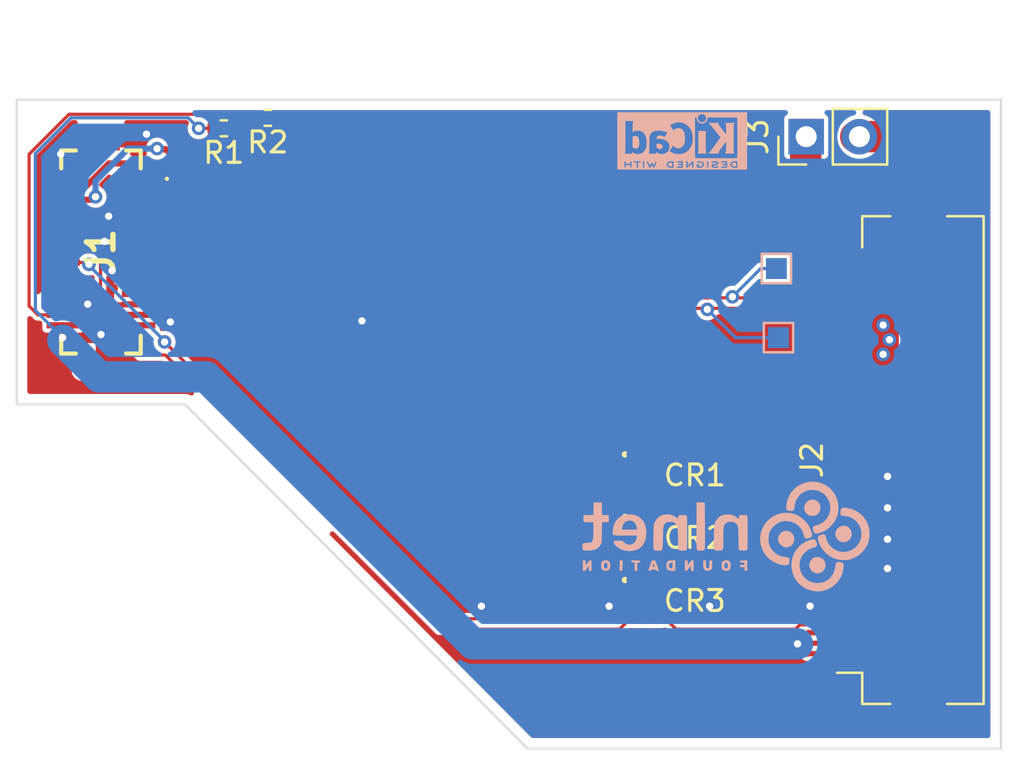
<source format=kicad_pcb>
(kicad_pcb (version 20240108) (generator "pcbnew") (generator_version "8.0")
  (title_block (title "LVDS Adapter Board") (date "2024-02-27") (rev "V0.09") (company "Copyright (C) Victor Suarez Rovere") (comment 1 "License:  CERN OHL-S") (comment 2 "PCB design:  Mitch Altman & Victor Suarez Rovere") (comment 3 "Schematics capture:  Mitch Altman") (comment 4 "Circuit design & parts selection:  Victor Suarez Rovere"))
  (layers (0 "F.Cu" signal) (31 "B.Cu" signal) (34 "B.Paste" user) (35 "F.Paste" user) (36 "B.SilkS" user "B.Silkscreen") (37 "F.SilkS" user "F.Silkscreen") (38 "B.Mask" user) (39 "F.Mask" user) (44 "Edge.Cuts" user))
  (net 0 "")
  (net 1 "GND")
  (net 2 "SDA")
  (net 3 "SCL")
  (net 4 "VCC")
  (net 17 "LVDS_O3_P")
  (net 18 "LVDS_O3_N")
  (net 19 "LVDS_OC_P")
  (net 20 "LVDS_OC_N")
  (net 21 "LVDS_O2_P")
  (net 22 "LVDS_O2_N")
  (net 23 "LVDS_O1_P")
  (net 24 "LVDS_O1_N")
  (net 25 "LVDS_O0_P")
  (net 26 "LVDS_O0_N")
  (net 27 "LED_VCC")
  (net 29 "Net-(J1-27)")
  (net 39 "Net-(J2-Pin_35)")
  (net 40 "Net-(J2-Pin_36)")
  (net 41 "Net-(J2-Pin_31)")
  (footprint "Connector_FFC-FPC:Hirose_FH12-40S-0.5SH_1x40-1MP_P0.50mm_Horizontal" (layer "F.Cu") (at 193.4 103.25 90)
    (property "Reference" "J2" (at 0 -3.7 90) (layer "F.SilkS"))
    (property "Value" "LVDS")
    (pad "1" smd rect (at -9.75 -1.85 90) (size 0.3 1.3) (layers "F.Cu" "F.Paste" "F.Mask") (net 1 "GND"))
    (pad "2" smd rect (at -9.25 -1.85 90) (size 0.3 1.3) (layers "F.Cu" "F.Paste" "F.Mask") (net 4 "VCC"))
    (pad "3" smd rect (at -8.75 -1.85 90) (size 0.3 1.3) (layers "F.Cu" "F.Paste" "F.Mask") (net 4 "VCC"))
    (pad "4" smd rect (at -8.25 -1.85 90) (size 0.3 1.3) (layers "F.Cu" "F.Paste" "F.Mask") (net 4 "VCC"))
    (pad "5" smd rect (at -7.75 -1.85 90) (size 0.3 1.3) (layers "F.Cu" "F.Paste" "F.Mask"))
    (pad "6" smd rect (at -7.25 -1.85 90) (size 0.3 1.3) (layers "F.Cu" "F.Paste" "F.Mask") (net 2 "SDA"))
    (pad "7" smd rect (at -6.75 -1.85 90) (size 0.3 1.3) (layers "F.Cu" "F.Paste" "F.Mask") (net 3 "SCL"))
    (pad "8" smd rect (at -6.25 -1.85 90) (size 0.3 1.3) (layers "F.Cu" "F.Paste" "F.Mask") (net 26 "LVDS_O0_N"))
    (pad "9" smd rect (at -5.75 -1.85 90) (size 0.3 1.3) (layers "F.Cu" "F.Paste" "F.Mask") (net 25 "LVDS_O0_P"))
    (pad "10" smd rect (at -5.25 -1.85 90) (size 0.3 1.3) (layers "F.Cu" "F.Paste" "F.Mask") (net 1 "GND"))
    (pad "11" smd rect (at -4.75 -1.85 90) (size 0.3 1.3) (layers "F.Cu" "F.Paste" "F.Mask") (net 24 "LVDS_O1_N"))
    (pad "12" smd rect (at -4.25 -1.85 90) (size 0.3 1.3) (layers "F.Cu" "F.Paste" "F.Mask") (net 23 "LVDS_O1_P"))
    (pad "13" smd rect (at -3.75 -1.85 90) (size 0.3 1.3) (layers "F.Cu" "F.Paste" "F.Mask") (net 1 "GND"))
    (pad "14" smd rect (at -3.25 -1.85 90) (size 0.3 1.3) (layers "F.Cu" "F.Paste" "F.Mask") (net 22 "LVDS_O2_N"))
    (pad "15" smd rect (at -2.75 -1.85 90) (size 0.3 1.3) (layers "F.Cu" "F.Paste" "F.Mask") (net 21 "LVDS_O2_P"))
    (pad "16" smd rect (at -2.25 -1.85 90) (size 0.3 1.3) (layers "F.Cu" "F.Paste" "F.Mask") (net 1 "GND"))
    (pad "17" smd rect (at -1.75 -1.85 90) (size 0.3 1.3) (layers "F.Cu" "F.Paste" "F.Mask") (net 20 "LVDS_OC_N"))
    (pad "18" smd rect (at -1.25 -1.85 90) (size 0.3 1.3) (layers "F.Cu" "F.Paste" "F.Mask") (net 19 "LVDS_OC_P"))
    (pad "19" smd rect (at -0.75 -1.85 90) (size 0.3 1.3) (layers "F.Cu" "F.Paste" "F.Mask") (net 1 "GND"))
    (pad "20" smd rect (at -0.25 -1.85 90) (size 0.3 1.3) (layers "F.Cu" "F.Paste" "F.Mask") (net 18 "LVDS_O3_N"))
    (pad "21" smd rect (at 0.25 -1.85 90) (size 0.3 1.3) (layers "F.Cu" "F.Paste" "F.Mask") (net 17 "LVDS_O3_P"))
    (pad "22" smd rect (at 0.75 -1.85 90) (size 0.3 1.3) (layers "F.Cu" "F.Paste" "F.Mask"))
    (pad "23" smd rect (at 1.25 -1.85 90) (size 0.3 1.3) (layers "F.Cu" "F.Paste" "F.Mask"))
    (pad "24" smd rect (at 1.75 -1.85 90) (size 0.3 1.3) (layers "F.Cu" "F.Paste" "F.Mask"))
    (pad "25" smd rect (at 2.25 -1.85 90) (size 0.3 1.3) (layers "F.Cu" "F.Paste" "F.Mask"))
    (pad "26" smd rect (at 2.75 -1.85 90) (size 0.3 1.3) (layers "F.Cu" "F.Paste" "F.Mask"))
    (pad "27" smd rect (at 3.25 -1.85 90) (size 0.3 1.3) (layers "F.Cu" "F.Paste" "F.Mask"))
    (pad "28" smd rect (at 3.75 -1.85 90) (size 0.3 1.3) (layers "F.Cu" "F.Paste" "F.Mask"))
    (pad "29" smd rect (at 4.25 -1.85 90) (size 0.3 1.3) (layers "F.Cu" "F.Paste" "F.Mask"))
    (pad "30" smd rect (at 4.75 -1.85 90) (size 0.3 1.3) (layers "F.Cu" "F.Paste" "F.Mask"))
    (pad "31" smd rect (at 5.25 -1.85 90) (size 0.3 1.3) (layers "F.Cu" "F.Paste" "F.Mask") (net 41 "Net-(J2-Pin_31)"))
    (pad "32" smd rect (at 5.75 -1.85 90) (size 0.3 1.3) (layers "F.Cu" "F.Paste" "F.Mask") (net 41 "Net-(J2-Pin_31)"))
    (pad "33" smd rect (at 6.25 -1.85 90) (size 0.3 1.3) (layers "F.Cu" "F.Paste" "F.Mask") (net 41 "Net-(J2-Pin_31)"))
    (pad "34" smd rect (at 6.75 -1.85 90) (size 0.3 1.3) (layers "F.Cu" "F.Paste" "F.Mask"))
    (pad "35" smd rect (at 7.25 -1.85 90) (size 0.3 1.3) (layers "F.Cu" "F.Paste" "F.Mask") (net 39 "Net-(J2-Pin_35)"))
    (pad "36" smd rect (at 7.75 -1.85 90) (size 0.3 1.3) (layers "F.Cu" "F.Paste" "F.Mask") (net 40 "Net-(J2-Pin_36)"))
    (pad "37" smd rect (at 8.25 -1.85 90) (size 0.3 1.3) (layers "F.Cu" "F.Paste" "F.Mask"))
    (pad "38" smd rect (at 8.75 -1.85 90) (size 0.3 1.3) (layers "F.Cu" "F.Paste" "F.Mask") (net 27 "LED_VCC"))
    (pad "39" smd rect (at 9.25 -1.85 90) (size 0.3 1.3) (layers "F.Cu" "F.Paste" "F.Mask") (net 27 "LED_VCC"))
    (pad "40" smd rect (at 9.75 -1.85 90) (size 0.3 1.3) (layers "F.Cu" "F.Paste" "F.Mask") (net 27 "LED_VCC"))
    (pad "MP" smd rect (at -11.65 1.4 90) (size 1.8 2.2) (layers "F.Cu" "F.Paste" "F.Mask"))
    (pad "MP" smd rect (at 11.65 1.4 90) (size 1.8 2.2) (layers "F.Cu" "F.Paste" "F.Mask"))
  )
  (footprint "Resistor_SMD:R_0402_1005Metric" (layer "F.Cu") (at 161.6 87.4 180)
    (property "Reference" "R1" (at 0 -1.17 0) (layer "F.SilkS"))
    (property "Value" "10K")
    (pad "1" smd roundrect (at -0.51 0 180) (size 0.54 0.64) (layers "F.Cu" "F.Paste" "F.Mask") (net 39 "Net-(J2-Pin_35)"))
    (pad "2" smd roundrect (at 0.51 0 180) (size 0.54 0.64) (layers "F.Cu" "F.Paste" "F.Mask") (net 4 "VCC"))
  )
  (footprint "Connector_PinHeader_2.54mm:PinHeader_1x02_P2.54mm_Vertical" (layer "F.Cu") (at 189.425 87.8 90)
    (property "Reference" "J3" (at 0 -2.33 -90) (layer "F.SilkS"))
    (property "Value" "BAKLIGHT_POWER")
    (pad "1" thru_hole rect (at 0 0 90) (size 1.7 1.7) (drill 1) (layers "*.Cu" "*.Mask") (net 27 "LED_VCC"))
    (pad "2" thru_hole oval (at 0 2.54 90) (size 1.7 1.7) (drill 1) (layers "*.Cu" "*.Mask") (net 41 "Net-(J2-Pin_31)"))
  )
  (footprint "ESD7004:UDFN10_517BB_ONS-L" (layer "F.Cu") (at 181.8153 109.97787)
    (property "Reference" "CR3" (at 2.2847 0 0) (layer "F.SilkS"))
    (property "Value" "ESD7004MUTAG")
    (pad "1" smd rect (at -0.3937 -1.000001) (size 0.6096 0.2032) (layers "F.Cu" "F.Paste" "F.Mask") (net 25 "LVDS_O0_P"))
    (pad "2" smd rect (at -0.3937 -0.499999) (size 0.6096 0.2032) (layers "F.Cu" "F.Paste" "F.Mask") (net 26 "LVDS_O0_N"))
    (pad "3" smd rect (at -0.3937 0) (size 0.6096 0.4064) (layers "F.Cu" "F.Paste" "F.Mask") (net 1 "GND"))
    (pad "4" smd rect (at -0.3937 0.499999) (size 0.6096 0.2032) (layers "F.Cu" "F.Paste" "F.Mask") (net 3 "SCL"))
    (pad "5" smd rect (at -0.3937 1.000001) (size 0.6096 0.2032) (layers "F.Cu" "F.Paste" "F.Mask") (net 2 "SDA"))
    (pad "6" smd rect (at 0.3937 1.000001) (size 0.6096 0.2032) (layers "F.Cu" "F.Paste" "F.Mask") (net 2 "SDA"))
    (pad "7" smd rect (at 0.3937 0.499999) (size 0.6096 0.2032) (layers "F.Cu" "F.Paste" "F.Mask") (net 3 "SCL"))
    (pad "8" smd rect (at 0.3937 0) (size 0.6096 0.4064) (layers "F.Cu" "F.Paste" "F.Mask") (net 1 "GND"))
    (pad "9" smd rect (at 0.3937 -0.499999) (size 0.6096 0.2032) (layers "F.Cu" "F.Paste" "F.Mask") (net 26 "LVDS_O0_N"))
    (pad "10" smd rect (at 0.3937 -1.000001) (size 0.6096 0.2032) (layers "F.Cu" "F.Paste" "F.Mask") (net 25 "LVDS_O0_P"))
  )
  (footprint "ESD7004:UDFN10_517BB_ONS-L" (layer "F.Cu") (at 181.81957 106.9686)
    (property "Reference" "CR2" (at 2.2847 0 0) (layer "F.SilkS"))
    (property "Value" "ESD7004MUTAG")
    (pad "1" smd rect (at -0.3937 -1.000001) (size 0.6096 0.2032) (layers "F.Cu" "F.Paste" "F.Mask") (net 21 "LVDS_O2_P"))
    (pad "2" smd rect (at -0.3937 -0.499999) (size 0.6096 0.2032) (layers "F.Cu" "F.Paste" "F.Mask") (net 22 "LVDS_O2_N"))
    (pad "3" smd rect (at -0.3937 0) (size 0.6096 0.4064) (layers "F.Cu" "F.Paste" "F.Mask") (net 1 "GND"))
    (pad "4" smd rect (at -0.3937 0.499999) (size 0.6096 0.2032) (layers "F.Cu" "F.Paste" "F.Mask") (net 23 "LVDS_O1_P"))
    (pad "5" smd rect (at -0.3937 1.000001) (size 0.6096 0.2032) (layers "F.Cu" "F.Paste" "F.Mask") (net 24 "LVDS_O1_N"))
    (pad "6" smd rect (at 0.3937 1.000001) (size 0.6096 0.2032) (layers "F.Cu" "F.Paste" "F.Mask") (net 24 "LVDS_O1_N"))
    (pad "7" smd rect (at 0.3937 0.499999) (size 0.6096 0.2032) (layers "F.Cu" "F.Paste" "F.Mask") (net 23 "LVDS_O1_P"))
    (pad "8" smd rect (at 0.3937 0) (size 0.6096 0.4064) (layers "F.Cu" "F.Paste" "F.Mask") (net 1 "GND"))
    (pad "9" smd rect (at 0.3937 -0.499999) (size 0.6096 0.2032) (layers "F.Cu" "F.Paste" "F.Mask") (net 22 "LVDS_O2_N"))
    (pad "10" smd rect (at 0.3937 -1.000001) (size 0.6096 0.2032) (layers "F.Cu" "F.Paste" "F.Mask") (net 21 "LVDS_O2_P"))
  )
  (footprint "ESD7004:UDFN10_517BB_ONS-L" (layer "F.Cu") (at 181.8153 103.97787)
    (property "Reference" "CR1" (at 2.2847 0 0) (layer "F.SilkS"))
    (property "Value" "ESD7004MUTAG")
    (pad "1" smd rect (at -0.3937 -1.000001) (size 0.6096 0.2032) (layers "F.Cu" "F.Paste" "F.Mask") (net 17 "LVDS_O3_P"))
    (pad "2" smd rect (at -0.3937 -0.499999) (size 0.6096 0.2032) (layers "F.Cu" "F.Paste" "F.Mask") (net 18 "LVDS_O3_N"))
    (pad "3" smd rect (at -0.3937 0) (size 0.6096 0.4064) (layers "F.Cu" "F.Paste" "F.Mask") (net 1 "GND"))
    (pad "4" smd rect (at -0.3937 0.499999) (size 0.6096 0.2032) (layers "F.Cu" "F.Paste" "F.Mask") (net 19 "LVDS_OC_P"))
    (pad "5" smd rect (at -0.3937 1.000001) (size 0.6096 0.2032) (layers "F.Cu" "F.Paste" "F.Mask") (net 20 "LVDS_OC_N"))
    (pad "6" smd rect (at 0.3937 1.000001) (size 0.6096 0.2032) (layers "F.Cu" "F.Paste" "F.Mask") (net 20 "LVDS_OC_N"))
    (pad "7" smd rect (at 0.3937 0.499999) (size 0.6096 0.2032) (layers "F.Cu" "F.Paste" "F.Mask") (net 19 "LVDS_OC_P"))
    (pad "8" smd rect (at 0.3937 0) (size 0.6096 0.4064) (layers "F.Cu" "F.Paste" "F.Mask") (net 1 "GND"))
    (pad "9" smd rect (at 0.3937 -0.499999) (size 0.6096 0.2032) (layers "F.Cu" "F.Paste" "F.Mask") (net 18 "LVDS_O3_N"))
    (pad "10" smd rect (at 0.3937 -1.000001) (size 0.6096 0.2032) (layers "F.Cu" "F.Paste" "F.Mask") (net 17 "LVDS_O3_P"))
  )
  (footprint "Resistor_SMD:R_0402_1005Metric" (layer "F.Cu") (at 163.7 86.9 180)
    (property "Reference" "R2" (at 0 -1.17 0) (layer "F.SilkS"))
    (property "Value" "10K")
    (pad "1" smd roundrect (at -0.51 0 180) (size 0.54 0.64) (layers "F.Cu" "F.Paste" "F.Mask") (net 40 "Net-(J2-Pin_36)"))
    (pad "2" smd roundrect (at 0.51 0 180) (size 0.54 0.64) (layers "F.Cu" "F.Paste" "F.Mask") (net 29 "Net-(J1-27)"))
  )
  (footprint "Library:DF12NB3030DP05V51" (layer "F.Cu") (at 155.732 93.311 90)
    (property "Reference" "J1" (at 0 0 90) (layer "F.SilkS") (effects (font (size 1.27 1.27) (thickness 0.254))))
    (property "Value" "DF12NB(3.0)-30DS-0.5V(51)" (hide yes))
    (pad "1" smd rect (at 3.5 1.8 90) (size 0.3 1.6) (layers "F.Cu" "F.Paste" "F.Mask") (net 1 "GND"))
    (pad "2" smd rect (at 3.5 -1.8 90) (size 0.3 1.6) (layers "F.Cu" "F.Paste" "F.Mask"))
    (pad "3" smd rect (at 3 1.8 90) (size 0.3 1.6) (layers "F.Cu" "F.Paste" "F.Mask") (net 19 "LVDS_OC_P"))
    (pad "4" smd rect (at 3 -1.8 90) (size 0.3 1.6) (layers "F.Cu" "F.Paste" "F.Mask") (net 18 "LVDS_O3_N"))
    (pad "5" smd rect (at 2.5 1.8 90) (size 0.3 1.6) (layers "F.Cu" "F.Paste" "F.Mask") (net 20 "LVDS_OC_N"))
    (pad "6" smd rect (at 2.5 -1.8 90) (size 0.3 1.6) (layers "F.Cu" "F.Paste" "F.Mask") (net 17 "LVDS_O3_P"))
    (pad "7" smd rect (at 2 1.8 90) (size 0.3 1.6) (layers "F.Cu" "F.Paste" "F.Mask") (net 1 "GND"))
    (pad "8" smd rect (at 2 -1.8 90) (size 0.3 1.6) (layers "F.Cu" "F.Paste" "F.Mask"))
    (pad "9" smd rect (at 1.5 1.8 90) (size 0.3 1.6) (layers "F.Cu" "F.Paste" "F.Mask") (net 21 "LVDS_O2_P"))
    (pad "10" smd rect (at 1.5 -1.8 90) (size 0.3 1.6) (layers "F.Cu" "F.Paste" "F.Mask"))
    (pad "11" smd rect (at 1 1.8 90) (size 0.3 1.6) (layers "F.Cu" "F.Paste" "F.Mask") (net 22 "LVDS_O2_N"))
    (pad "12" smd rect (at 1 -1.8 90) (size 0.3 1.6) (layers "F.Cu" "F.Paste" "F.Mask"))
    (pad "13" smd rect (at 0.5 1.8 90) (size 0.3 1.6) (layers "F.Cu" "F.Paste" "F.Mask") (net 1 "GND"))
    (pad "14" smd rect (at 0.5 -1.8 90) (size 0.3 1.6) (layers "F.Cu" "F.Paste" "F.Mask"))
    (pad "15" smd rect (at 0 1.8 90) (size 0.3 1.6) (layers "F.Cu" "F.Paste" "F.Mask") (net 23 "LVDS_O1_P"))
    (pad "16" smd rect (at 0 -1.8 90) (size 0.3 1.6) (layers "F.Cu" "F.Paste" "F.Mask") (net 2 "SDA"))
    (pad "17" smd rect (at -0.5 1.8 90) (size 0.3 1.6) (layers "F.Cu" "F.Paste" "F.Mask") (net 24 "LVDS_O1_N"))
    (pad "18" smd rect (at -0.5 -1.8 90) (size 0.3 1.6) (layers "F.Cu" "F.Paste" "F.Mask") (net 3 "SCL"))
    (pad "19" smd rect (at -1 1.8 90) (size 0.3 1.6) (layers "F.Cu" "F.Paste" "F.Mask") (net 1 "GND"))
    (pad "20" smd rect (at -1 -1.8 90) (size 0.3 1.6) (layers "F.Cu" "F.Paste" "F.Mask"))
    (pad "21" smd rect (at -1.5 1.8 90) (size 0.3 1.6) (layers "F.Cu" "F.Paste" "F.Mask") (net 25 "LVDS_O0_P"))
    (pad "22" smd rect (at -1.5 -1.8 90) (size 0.3 1.6) (layers "F.Cu" "F.Paste" "F.Mask"))
    (pad "23" smd rect (at -2 1.8 90) (size 0.3 1.6) (layers "F.Cu" "F.Paste" "F.Mask") (net 26 "LVDS_O0_N"))
    (pad "24" smd rect (at -2 -1.8 90) (size 0.3 1.6) (layers "F.Cu" "F.Paste" "F.Mask"))
    (pad "25" smd rect (at -2.5 1.8 90) (size 0.3 1.6) (layers "F.Cu" "F.Paste" "F.Mask") (net 1 "GND"))
    (pad "26" smd rect (at -2.5 -1.8 90) (size 0.3 1.6) (layers "F.Cu" "F.Paste" "F.Mask") (net 1 "GND"))
    (pad "27" smd rect (at -3 1.8 90) (size 0.3 1.6) (layers "F.Cu" "F.Paste" "F.Mask"))
    (pad "28" smd rect (at -3 -1.8 90) (size 0.3 1.6) (layers "F.Cu" "F.Paste" "F.Mask") (net 29 "Net-(J1-27)"))
    (pad "29" smd rect (at -3.5 1.8 90) (size 0.3 1.6) (layers "F.Cu" "F.Paste" "F.Mask"))
    (pad "30" smd rect (at -3.5 -1.8 90) (size 0.3 1.6) (layers "F.Cu" "F.Paste" "F.Mask") (net 4 "VCC"))
    (pad "MP1" smd rect (at 5.25 0 90) (size 0.8 1.8) (layers "F.Cu" "F.Paste" "F.Mask") (net 1 "GND"))
    (pad "MP2" smd rect (at -5.25 0 90) (size 0.8 1.8) (layers "F.Cu" "F.Paste" "F.Mask") (net 1 "GND"))
  )
  (footprint "LOGO" (layer "B.Cu") (at 185.6 106.9 180)
    (property "Reference" "G***" (hide yes))
    (property "Value" "LOGO" (hide yes))
  )
  (footprint "LOGO" (layer "B.Cu") (at 183.5 88 180)
    (property "Reference" "G***" (hide yes))
    (property "Value" "LOGO" (hide yes))
  )
  (footprint "TestPoint:TestPoint_Pad_1.0x1.0mm" (layer "B.Cu") (at 188.1 97.4 180)
    (property "Reference" "TP2" (hide yes))
    (property "Value" "TestPoint")
    (pad "1" smd rect (at 0 0 180) (size 1 1) (layers "B.Cu" "B.Mask") (net 39 "Net-(J2-Pin_35)"))
  )
  (footprint "TestPoint:TestPoint_Pad_1.0x1.0mm" (layer "B.Cu") (at 188 94.1 180)
    (property "Reference" "TP1" (hide yes))
    (property "Value" "TestPoint")
    (pad "1" smd rect (at 0 0 180) (size 1 1) (layers "B.Cu" "B.Mask") (net 40 "Net-(J2-Pin_36)"))
  )
  (gr_line (start 176.109 117.03) (end 198.723 117.03) (stroke (width 0.1)) (layer "Edge.Cuts"))
  (gr_line (start 151.709 100.592) (end 159.755 100.592) (stroke (width 0.1)) (layer "Edge.Cuts"))
  (gr_line (start 151.709 86.03) (end 198.723 86.03) (stroke (width 0.1)) (layer "Edge.Cuts"))
  (gr_line (start 151.709 100.592) (end 151.709 86.03) (stroke (width 0.1)) (layer "Edge.Cuts"))
  (gr_line (start 176.109 117.03) (end 159.755 100.592) (stroke (width 0.1)) (layer "Edge.Cuts"))
  (gr_line (start 198.723 117.03) (end 198.723 86.03) (stroke (width 0.1)) (layer "Edge.Cuts"))
  (segment (start 182.25 106.975) (end 191.525 106.975) (width 0.1524) (layer "F.Cu") (net 1))
  (segment (start 193.279 107) (end 193.309 107.03) (width 0.25) (layer "F.Cu") (net 1))
  (segment (start 158.78113 96.387786) (end 159.046672 96.653328) (width 0.25) (layer "F.Cu") (net 1))
  (segment (start 157.9897 87.6) (end 159.2 87.6) (width 0.2286) (layer "F.Cu") (net 1))
  (segment (start 193.279 105.5) (end 193.309 105.53) (width 0.25) (layer "F.Cu") (net 1))
  (segment (start 191.55 104) (end 182.23113 104) (width 0.1524) (layer "F.Cu") (net 1))
  (segment (start 157.532 92.811) (end 155.911 92.811) (width 0.25) (layer "F.Cu") (net 1))
  (segment (start 191.55 105.5) (end 193.279 105.5) (width 0.25) (layer "F.Cu") (net 1))
  (segment (start 155.911 92.811) (end 155.9 92.8) (width 0.25) (layer "F.Cu") (net 1))
  (segment (start 158.78113 96.11013) (end 158.78113 96.387786) (width 0.25) (layer "F.Cu") (net 1))
  (segment (start 156.2597 95.5951) (end 156.2597 94.2) (width 0.2) (layer "F.Cu") (net 1))
  (segment (start 181.42587 106.9686) (end 182.21327 106.9686) (width 0.25) (layer "F.Cu") (net 1))
  (segment (start 155.732 88.061) (end 154.378 88.061) (width 0.296) (layer "F.Cu") (net 1))
  (segment (start 193.279 104) (end 193.309 104.03) (width 0.25) (layer "F.Cu") (net 1))
  (segment (start 155.089 95.811) (end 155.1 95.8) (width 0.25) (layer "F.Cu") (net 1))
  (segment (start 181.4166 106.97787) (end 173.139832 106.97787) (width 0.1524) (layer "F.Cu") (net 1))
  (segment (start 156.3 89.9366) (end 156.3 91.129) (width 0.25) (layer "F.Cu") (net 1))
  (segment (start 159.545808 88.454192) (end 167.691616 96.6) (width 0.2286) (layer "F.Cu") (net 1))
  (segment (start 157.532 89.811) (end 156.4256 89.811) (width 0.25) (layer "F.Cu") (net 1))
  (segment (start 158.482 95.811) (end 158.78113 96.11013) (width 0.25) (layer "F.Cu") (net 1))
  (segment (start 191.525 106.975) (end 191.55 107) (width 0.1524) (layer "F.Cu") (net 1))
  (segment (start 159.545808 87.945808) (end 159.545808 88.454192) (width 0.2286) (layer "F.Cu") (net 1))
  (segment (start 181.4216 109.97787) (end 182.209 109.97787) (width 0.25) (layer "F.Cu") (net 1))
  (segment (start 181.4216 103.97787) (end 173.277813 103.97787) (width 0.1524) (layer "F.Cu") (net 1))
  (segment (start 157.909 87.6807) (end 157.9897 87.6) (width 0.2286) (layer "F.Cu") (net 1))
  (segment (start 191.52787 106.97787) (end 191.55 107) (width 0.1524) (layer "F.Cu") (net 1))
  (segment (start 156.4256 89.811) (end 156.3 89.9366) (width 0.25) (layer "F.Cu") (net 1))
  (segment (start 153.932 95.811) (end 155.089 95.811) (width 0.25) (layer "F.Cu") (net 1))
  (segment (start 191.55 104) (end 193.279 104) (width 0.25) (layer "F.Cu") (net 1))
  (segment (start 156.482 91.311) (end 157.532 91.311) (width 0.25) (layer "F.Cu") (net 1))
  (segment (start 157.532 95.811) (end 158.482 95.811) (width 0.25) (layer "F.Cu") (net 1))
  (segment (start 167.691616 96.6) (end 168.2 96.6) (width 0.2286) (layer "F.Cu") (net 1))
  (segment (start 173.909 110.23) (end 172.623344 110.23) (width 0.296) (layer "F.Cu") (net 1))
  (segment (start 155.732 97.253) (end 155.732 98.561) (width 0.296) (layer "F.Cu") (net 1))
  (segment (start 182.23113 104) (end 182.209 103.97787) (width 0.1524) (layer "F.Cu") (net 1))
  (segment (start 156.3 91.129) (end 156.482 91.311) (width 0.25) (layer "F.Cu") (net 1))
  (segment (start 191.55 108.5) (end 193.239 108.5) (width 0.25) (layer "F.Cu") (net 1))
  (segment (start 156.3707 94.311) (end 156.2597 94.2) (width 0.25) (layer "F.Cu") (net 1))
  (segment (start 181.42587 106.9686) (end 181.4166 106.97787) (width 0.1524) (layer "F.Cu") (net 1))
  (segment (start 157.532 94.311) (end 156.514176 94.311) (width 0.25) (layer "F.Cu") (net 1))
  (segment (start 181.4216 103.97787) (end 182.209 103.97787) (width 0.25) (layer "F.Cu") (net 1))
  (segment (start 156.389 91.311) (end 156.1 91.6) (width 0.25) (layer "F.Cu") (net 1))
  (segment (start 157.532 91.311) (end 156.389 91.311) (width 0.25) (layer "F.Cu") (net 1))
  (segment (start 156.4756 95.811) (end 156.2597 95.5951) (width 0.2) (layer "F.Cu") (net 1))
  (segment (start 156.514176 94.311) (end 156.3707 94.311) (width 0.25) (layer "F.Cu") (net 1))
  (segment (start 172.623344 110.23) (end 159.046672 96.653328) (width 0.296) (layer "F.Cu") (net 1))
  (segment (start 191.55 107) (end 193.279 107) (width 0.25) (layer "F.Cu") (net 1))
  (segment (start 157.532 95.811) (end 156.4756 95.811) (width 0.2) (layer "F.Cu") (net 1))
  (segment (start 193.239 108.5) (end 193.309 108.43) (width 0.25) (layer "F.Cu") (net 1))
  (segment (start 159.2 87.6) (end 159.545808 87.945808) (width 0.2286) (layer "F.Cu") (net 1))
  (segment (start 154.378 88.061) (end 153.809 88.63) (width 0.296) (layer "F.Cu") (net 1))
  (via (at 153.809 88.63) (size 0.65) (drill 0.35) (layers "F.Cu" "B.Cu") (net 1))
  (via (at 155.1 95.8) (size 0.65) (drill 0.35) (layers "F.Cu" "B.Cu") (net 1))
  (via (at 180.009 110.23) (size 0.65) (drill 0.35) (layers "F.Cu" "B.Cu") (net 1))
  (via (at 155.732 97.253) (size 0.65) (drill 0.35) (layers "F.Cu" "B.Cu") (net 1))
  (via (at 184.809 110.23) (size 0.65) (drill 0.35) (layers "F.Cu" "B.Cu") (net 1))
  (via (at 168.2 96.6) (size 0.65) (drill 0.35) (layers "F.Cu" "B.Cu") (net 1))
  (via (at 156.2597 94.2) (size 0.65) (drill 0.35) (layers "F.Cu" "B.Cu") (net 1))
  (via (at 157.909 87.6807) (size 0.65) (drill 0.35) (layers "F.Cu" "B.Cu") (net 1))
  (via (at 159.046672 96.653328) (size 0.65) (drill 0.35) (layers "F.Cu" "B.Cu") (net 1))
  (via (at 189.609 110.23) (size 0.65) (drill 0.35) (layers "F.Cu" "B.Cu") (net 1))
  (via (at 173.909 110.23) (size 0.65) (drill 0.35) (layers "F.Cu" "B.Cu") (net 1))
  (via (at 193.309 107.03) (size 0.65) (drill 0.35) (layers "F.Cu" "B.Cu") (net 1))
  (via (at 155.9 92.8) (size 0.65) (drill 0.35) (layers "F.Cu" "B.Cu") (net 1))
  (via (at 193.309 104.03) (size 0.65) (drill 0.35) (layers "F.Cu" "B.Cu") (net 1))
  (via (at 193.309 105.53) (size 0.65) (drill 0.35) (layers "F.Cu" "B.Cu") (net 1))
  (via (at 193.309 108.43) (size 0.65) (drill 0.35) (layers "F.Cu" "B.Cu") (net 1))
  (via (at 156.1 91.6) (size 0.65) (drill 0.35) (layers "F.Cu" "B.Cu") (net 1))
  (segment (start 155.41 93.311) (end 155.709 93.61) (width 0.1524) (layer "F.Cu") (net 2))
  (segment (start 188.909 111.33) (end 189.1132 111.1258) (width 0.1524) (layer "F.Cu") (net 2))
  (segment (start 157.609 98.23) (end 158.809 98.23) (width 0.1524) (layer "F.Cu") (net 2))
  (segment (start 190.1718 111.1258) (end 190.7976 110.5) (width 0.1524) (layer "F.Cu") (net 2))
  (segment (start 158.809 98.23) (end 171.909 111.33) (width 0.1524) (layer "F.Cu") (net 2))
  (segment (start 180.861129 110.977871) (end 181.4216 110.977871) (width 0.1524) (layer "F.Cu") (net 2))
  (segment (start 183.209 111.33) (end 188.909 111.33) (width 0.1524) (layer "F.Cu") (net 2))
  (segment (start 155.709 93.61) (end 155.709 96.33) (width 0.1524) (layer "F.Cu") (net 2))
  (segment (start 180.509 111.33) (end 180.861129 110.977871) (width 0.1524) (layer "F.Cu") (net 2))
  (segment (start 155.709 96.33) (end 157.609 98.23) (width 0.1524) (layer "F.Cu") (net 2))
  (segment (start 171.909 111.33) (end 180.509 111.33) (width 0.1524) (layer "F.Cu") (net 2))
  (segment (start 153.932 93.311) (end 155.41 93.311) (width 0.1524) (layer "F.Cu") (net 2))
  (segment (start 182.209 110.977871) (end 182.856871 110.977871) (width 0.1524) (layer "F.Cu") (net 2))
  (segment (start 182.856871 110.977871) (end 183.209 111.33) (width 0.1524) (layer "F.Cu") (net 2))
  (segment (start 189.1132 111.1258) (end 190.1718 111.1258) (width 0.1524) (layer "F.Cu") (net 2))
  (segment (start 182.209 110.977871) (end 181.4216 110.977871) (width 0.1524) (layer "F.Cu") (net 2))
  (segment (start 190.7976 110.5) (end 191.55 110.5) (width 0.1524) (layer "F.Cu") (net 2))
  (segment (start 155.0693 93.811) (end 153.932 93.811) (width 0.1524) (layer "F.Cu") (net 3))
  (segment (start 180.409 110.83) (end 180.761131 110.477869) (width 0.1524) (layer "F.Cu") (net 3))
  (segment (start 191.55 110) (end 190.839 110) (width 0.1524) (layer "F.Cu") (net 3))
  (segment (start 182.209 110.477869) (end 181.4216 110.477869) (width 0.1524) (layer "F.Cu") (net 3))
  (segment (start 190.0156 110.8234) (end 188.987942 110.8234) (width 0.1524) (layer "F.Cu") (net 3))
  (segment (start 155.1583 93.9) (end 155.0693 93.811) (width 0.1524) (layer "F.Cu") (net 3))
  (segment (start 180.761131 110.477869) (end 181.4216 110.477869) (width 0.1524) (layer "F.Cu") (net 3))
  (segment (start 183.309 110.83) (end 182.956869 110.477869) (width 0.1524) (layer "F.Cu") (net 3))
  (segment (start 158.770966 97.6055) (end 171.995466 110.83) (width 0.1524) (layer "F.Cu") (net 3))
  (segment (start 188.987942 110.8234) (end 188.981342 110.83) (width 0.1524) (layer "F.Cu") (net 3))
  (segment (start 190.839 110) (end 190.0156 110.8234) (width 0.1524) (layer "F.Cu") (net 3))
  (segment (start 171.995466 110.83) (end 180.409 110.83) (width 0.1524) (layer "F.Cu") (net 3))
  (segment (start 182.956869 110.477869) (end 182.209 110.477869) (width 0.1524) (layer "F.Cu") (net 3))
  (segment (start 188.981342 110.83) (end 183.309 110.83) (width 0.1524) (layer "F.Cu") (net 3))
  (via (at 155.1583 93.9) (size 0.65) (drill 0.35) (layers "F.Cu" "B.Cu") (net 3))
  (via (at 158.770966 97.6055) (size 0.65) (drill 0.35) (layers "F.Cu" "B.Cu") (net 3))
  (segment (start 155.1583 93.9) (end 155.1583 93.951763) (width 0.1524) (layer "B.Cu") (net 3))
  (segment (start 155.1583 93.951763) (end 158.836537 97.63) (width 0.1524) (layer "B.Cu") (net 3))
  (segment (start 189.539 111.5) (end 189.009 112.03) (width 0.296) (layer "F.Cu") (net 4))
  (segment (start 153.932 96.811) (end 153.932 97.368) (width 0.3) (layer "F.Cu") (net 4))
  (segment (start 191.55 111.5) (end 189.539 111.5) (width 0.25) (layer "F.Cu") (net 4))
  (segment (start 161.09 87.4) (end 160.4 87.4) (width 0.1524) (layer "F.Cu") (net 4))
  (segment (start 191.55 112) (end 189.039 112) (width 0.25) (layer "F.Cu") (net 4))
  (segment (start 189.479 112.5) (end 189.009 112.03) (width 0.296) (layer "F.Cu") (net 4))
  (segment (start 153.932 97.368) (end 153.9 97.4) (width 0.3) (layer "F.Cu") (net 4))
  (segment (start 191.55 112.5) (end 189.479 112.5) (width 0.25) (layer "F.Cu") (net 4))
  (segment (start 189.039 112) (end 189.009 112.03) (width 0.296) (layer "F.Cu") (net 4))
  (via (at 189.009 112.03) (size 0.65) (drill 0.35) (layers "F.Cu" "B.Cu") (net 4))
  (via (at 153.9 97.4) (size 0.65) (drill 0.35) (layers "F.Cu" "B.Cu") (net 4))
  (via (at 160.4 87.4) (size 0.65) (drill 0.35) (layers "F.Cu" "B.Cu") (net 4))
  (segment (start 152.6 88.6) (end 152.6 96.1) (width 0.1524) (layer "B.Cu") (net 4))
  (segment (start 155.654 99.275) (end 160.754 99.275) (width 1.5) (layer "B.Cu") (net 4))
  (segment (start 154.3 86.9) (end 152.6 88.6) (width 0.1524) (layer "B.Cu") (net 4))
  (segment (start 153.9 97.521) (end 153.909 97.53) (width 0.1524) (layer "B.Cu") (net 4))
  (segment (start 160.754 99.275) (end 173.509 112.03) (width 1.5) (layer "B.Cu") (net 4))
  (segment (start 153.909 97.53) (end 155.654 99.275) (width 1.5) (layer "B.Cu") (net 4))
  (segment (start 153.9 97.4) (end 153.9 97.521) (width 0.1524) (layer "B.Cu") (net 4))
  (segment (start 160.4 87.4) (end 159.9 86.9) (width 0.1524) (layer "B.Cu") (net 4))
  (segment (start 173.509 112.03) (end 189.009 112.03) (width 1.5) (layer "B.Cu") (net 4))
  (segment (start 159.9 86.9) (end 154.3 86.9) (width 0.1524) (layer "B.Cu") (net 4))
  (segment (start 152.6 96.1) (end 153.9 97.4) (width 0.1524) (layer "B.Cu") (net 4))
  (segment (start 158.410407 88.370405) (end 158.440002 88.4) (width 0.296) (layer "F.Cu") (net 17))
  (segment (start 155.333742 90.811) (end 155.472371 90.672371) (width 0.296926) (layer "F.Cu") (net 17))
  (segment (start 191.55 103) (end 190.679 103) (width 0.2) (layer "F.Cu") (net 17))
  (segment (start 158.440002 88.4) (end 158.832644 88.4) (width 0.296) (layer "F.Cu") (net 17))
  (segment (start 190.679 103) (end 190.609 102.93) (width 0.2) (layer "F.Cu") (net 17))
  (segment (start 173.362644 102.93) (end 159.012581 88.579937) (width 0.296926) (layer "F.Cu") (net 17))
  (segment (start 154.89 90.811) (end 155.333742 90.811) (width 0.296926) (layer "F.Cu") (net 17))
  (segment (start 158.832644 88.4) (end 159.012581 88.579937) (width 0.296) (layer "F.Cu") (net 17))
  (segment (start 190.609 102.93) (end 173.362644 102.93) (width 0.296926) (layer "F.Cu") (net 17))
  (segment (start 153.932 90.811) (end 154.89 90.811) (width 0.25) (layer "F.Cu") (net 17))
  (via (at 155.472371 90.672371) (size 0.65) (drill 0.35) (layers "F.Cu" "B.Cu") (net 17))
  (via (at 158.410407 88.370405) (size 0.65) (drill 0.35) (layers "F.Cu" "B.Cu") (net 17))
  (segment (start 157.029595 88.370405) (end 158.410407 88.370405) (width 0.296) (layer "B.Cu") (net 17))
  (segment (start 155.472371 89.927629) (end 157.029595 88.370405) (width 0.296) (layer "B.Cu") (net 17))
  (segment (start 155.472371 89.927629) (end 155.472371 90.672371) (width 0.296926) (layer "B.Cu") (net 17))
  (segment (start 158.805419 89.080063) (end 156.109093 89.080063) (width 0.296) (layer "F.Cu") (net 18))
  (segment (start 190.639 103.5) (end 190.609 103.53) (width 0.2) (layer "F.Cu") (net 18))
  (segment (start 190.579 103.53) (end 182.8 103.53) (width 0.296926) (layer "F.Cu") (net 18))
  (segment (start 180.85853 103.478) (end 182.74147 103.478) (width 0.2) (layer "F.Cu") (net 18))
  (segment (start 173.323826 103.53) (end 180.8 103.53) (width 0.296926) (layer "F.Cu") (net 18))
  (segment (start 173.255356 103.53) (end 173.323826 103.59847) (width 0.2) (layer "F.Cu") (net 18))
  (segment (start 190.609 103.53) (end 190.579 103.5) (width 0.2) (layer "F.Cu") (net 18))
  (segment (start 153.932 90.311) (end 154.809 90.311) (width 0.25) (layer "F.Cu") (net 18))
  (segment (start 154.809 90.311) (end 154.878156 90.311) (width 0.296) (layer "F.Cu") (net 18))
  (segment (start 191.55 103.5) (end 190.639 103.5) (width 0.2) (layer "F.Cu") (net 18))
  (segment (start 156.109093 89.080063) (end 154.878156 90.311) (width 0.296) (layer "F.Cu") (net 18))
  (segment (start 173.255356 103.53) (end 158.805419 89.080063) (width 0.296926) (layer "F.Cu") (net 18))
  (segment (start 190.539 104.43) (end 182.8 104.43) (width 0.296926) (layer "F.Cu") (net 19))
  (segment (start 180.78427 104.478) (end 182.74573 104.478) (width 0.2) (layer "F.Cu") (net 19))
  (segment (start 191.55 104.5) (end 190.679 104.5) (width 0.2) (layer "F.Cu") (net 19))
  (segment (start 173.124853 104.43) (end 159.004064 90.309211) (width 0.296926) (layer "F.Cu") (net 19))
  (segment (start 182.74573 104.48427) (end 182.8 104.43) (width 0.2) (layer "F.Cu") (net 19))
  (segment (start 190.609 104.43) (end 190.539 104.5) (width 0.2) (layer "F.Cu") (net 19))
  (segment (start 180.73 104.43) (end 180.78427 104.48427) (width 0.2) (layer "F.Cu") (net 19))
  (segment (start 159.002275 90.311) (end 157.532 90.311) (width 0.25) (layer "F.Cu") (net 19))
  (segment (start 190.679 104.5) (end 190.609 104.43) (width 0.2) (layer "F.Cu") (net 19))
  (segment (start 159.004064 90.309211) (end 159.002275 90.311) (width 0.25) (layer "F.Cu") (net 19))
  (segment (start 173.124853 104.43) (end 180.73 104.43) (width 0.296926) (layer "F.Cu") (net 19))
  (segment (start 190.609 105.03) (end 173.017565 105.03) (width 0.296926) (layer "F.Cu") (net 20))
  (segment (start 191.55 105) (end 190.639 105) (width 0.2) (layer "F.Cu") (net 20))
  (segment (start 158.795239 90.811) (end 157.532 90.811) (width 0.25) (layer "F.Cu") (net 20))
  (segment (start 190.639 105) (end 190.609 105.03) (width 0.2) (layer "F.Cu") (net 20))
  (segment (start 158.796902 90.809337) (end 158.795239 90.811) (width 0.25) (layer "F.Cu") (net 20))
  (segment (start 173.017565 105.03) (end 158.796902 90.809337) (width 0.296926) (layer "F.Cu") (net 20))
  (segment (start 191.55 106) (end 190.679 106) (width 0.2) (layer "F.Cu") (net 21))
  (segment (start 157.532 91.811) (end 158.943644 91.811) (width 0.25) (layer "F.Cu") (net 21))
  (segment (start 190.679 106) (end 190.609 105.93) (width 0.2) (layer "F.Cu") (net 21))
  (segment (start 173.062644 105.93) (end 159.185822 92.053178) (width 0.296926) (layer "F.Cu") (net 21))
  (segment (start 190.609 105.93) (end 173.062644 105.93) (width 0.296926) (layer "F.Cu") (net 21))
  (segment (start 158.943644 91.811) (end 159.185822 92.053178) (width 0.296) (layer "F.Cu") (net 21))
  (segment (start 180.8328 106.46873) (end 182.84574 106.46873) (width 0.2) (layer "F.Cu") (net 22))
  (segment (start 182.84574 106.4622) (end 182.90427 106.52073) (width 0.2) (layer "F.Cu") (net 22))
  (segment (start 190.609 106.53) (end 190.579 106.5) (width 0.296926) (layer "F.Cu") (net 22))
  (segment (start 180.77427 106.52073) (end 180.8328 106.4622) (width 0.2) (layer "F.Cu") (net 22))
  (segment (start 190.639 106.5) (end 190.609 106.53) (width 0.2) (layer "F.Cu") (net 22))
  (segment (start 158.832178 92.406822) (end 172.955356 106.53) (width 0.296926) (layer "F.Cu") (net 22))
  (segment (start 191.55 106.5) (end 190.639 106.5) (width 0.2) (layer "F.Cu") (net 22))
  (segment (start 172.955356 106.53) (end 180.765 106.53) (width 0.296926) (layer "F.Cu") (net 22))
  (segment (start 158.736356 92.311) (end 158.832178 92.406822) (width 0.296) (layer "F.Cu") (net 22))
  (segment (start 190.579 106.5) (end 182.9305 106.5) (width 0.296926) (layer "F.Cu") (net 22))
  (segment (start 180.765 106.53) (end 180.77427 106.52073) (width 0.296926) (layer "F.Cu") (net 22))
  (segment (start 157.532 92.311) (end 158.736356 92.311) (width 0.25) (layer "F.Cu") (net 22))
  (segment (start 191.55 107.5) (end 190.679 107.5) (width 0.2) (layer "F.Cu") (net 23))
  (segment (start 157.532 93.311) (end 158.867872 93.311) (width 0.25) (layer "F.Cu") (net 23))
  (segment (start 180.765 107.43) (end 180.77427 107.42073) (width 0.296926) (layer "F.Cu") (net 23))
  (segment (start 190.609 107.43) (end 190.539 107.5) (width 0.2) (layer "F.Cu") (net 23))
  (segment (start 172.986872 107.43) (end 180.765 107.43) (width 0.296926) (layer "F.Cu") (net 23))
  (segment (start 158.867872 93.311) (end 159.11005 93.553178) (width 0.296) (layer "F.Cu") (net 23))
  (segment (start 180.82854 107.46873) (end 182.75 107.46873) (width 0.2) (layer "F.Cu") (net 23))
  (segment (start 190.539 107.5) (end 190.514 107.475) (width 0.296926) (layer "F.Cu") (net 23))
  (segment (start 180.77427 107.42073) (end 180.82854 107.475) (width 0.2) (layer "F.Cu") (net 23))
  (segment (start 182.75 107.475) (end 182.80427 107.42073) (width 0.2) (layer "F.Cu") (net 23))
  (segment (start 190.679 107.5) (end 190.609 107.43) (width 0.2) (layer "F.Cu") (net 23))
  (segment (start 159.11005 93.553178) (end 172.986872 107.43) (width 0.296926) (layer "F.Cu") (net 23))
  (segment (start 190.514 107.475) (end 182.85 107.475) (width 0.296926) (layer "F.Cu") (net 23))
  (segment (start 190.609 108.03) (end 172.879584 108.03) (width 0.296926) (layer "F.Cu") (net 24))
  (segment (start 191.55 108) (end 190.639 108) (width 0.2) (layer "F.Cu") (net 24))
  (segment (start 190.639 108) (end 190.609 108.03) (width 0.2) (layer "F.Cu") (net 24))
  (segment (start 172.879584 108.03) (end 158.756406 93.906822) (width 0.296926) (layer "F.Cu") (net 24))
  (segment (start 158.660584 93.811) (end 158.756406 93.906822) (width 0.296) (layer "F.Cu") (net 24))
  (segment (start 157.532 93.811) (end 158.660584 93.811) (width 0.25) (layer "F.Cu") (net 24))
  (segment (start 190.47 109) (end 190.4 108.93) (width 0.2) (layer "F.Cu") (net 25))
  (segment (start 158.867872 94.811) (end 159.11005 95.053178) (width 0.296) (layer "F.Cu") (net 25))
  (segment (start 191.55 109) (end 190.47 109) (width 0.2) (layer "F.Cu") (net 25))
  (segment (start 172.986872 108.93) (end 159.11005 95.053178) (width 0.296926) (layer "F.Cu") (net 25))
  (segment (start 157.532 94.811) (end 158.867872 94.811) (width 0.25) (layer "F.Cu") (net 25))
  (segment (start 190.4 108.93) (end 172.986872 108.93) (width 0.296926) (layer "F.Cu") (net 25))
  (segment (start 182.74147 109.47147) (end 182.8 109.53) (width 0.2) (layer "F.Cu") (net 26))
  (segment (start 190.579 109.53) (end 182.8 109.53) (width 0.296926) (layer "F.Cu") (net 26))
  (segment (start 190.609 109.53) (end 190.579 109.5) (width 0.2) (layer "F.Cu") (net 26))
  (segment (start 158.660584 95.311) (end 158.756406 95.406822) (width 0.296) (layer "F.Cu") (net 26))
  (segment (start 172.879584 109.53) (end 180.73 109.53) (width 0.296926) (layer "F.Cu") (net 26))
  (segment (start 191.55 109.5) (end 190.639 109.5) (width 0.2) (layer "F.Cu") (net 26))
  (segment (start 180.73 109.53) (end 180.78853 109.47147) (width 0.2) (layer "F.Cu") (net 26))
  (segment (start 180.78853 109.478) (end 182.74147 109.478) (width 0.2) (layer "F.Cu") (net 26))
  (segment (start 172.879584 109.53) (end 158.756406 95.406822) (width 0.296926) (layer "F.Cu") (net 26))
  (segment (start 190.639 109.5) (end 190.609 109.53) (width 0.2) (layer "F.Cu") (net 26))
  (segment (start 157.532 95.311) (end 158.660584 95.311) (width 0.25) (layer "F.Cu") (net 26))
  (segment (start 189.425 87.8) (end 189.4 87.825) (width 1.5) (layer "F.Cu") (net 27))
  (segment (start 189.4 93.039) (end 190.291 93.93) (width 1.5) (layer "F.Cu") (net 27))
  (segment (start 190.861 94.5) (end 190.291 93.93) (width 0.296) (layer "F.Cu") (net 27))
  (segment (start 191.65 94) (end 190.361 94) (width 0.296) (layer "F.Cu") (net 27))
  (segment (start 191.65 93.5) (end 190.721 93.5) (width 0.296) (layer "F.Cu") (net 27))
  (segment (start 189.4 87.825) (end 189.4 93.039) (width 1.5) (layer "F.Cu") (net 27))
  (segment (start 190.721 93.5) (end 190.291 93.93) (width 0.296) (layer "F.Cu") (net 27))
  (segment (start 190.361 94) (end 190.291 93.93) (width 0.25) (layer "F.Cu") (net 27))
  (segment (start 191.65 94.5) (end 190.861 94.5) (width 0.296) (layer "F.Cu") (net 27))
  (segment (start 153.932 96.311) (end 152.7195 96.311) (width 0.1524) (layer "F.Cu") (net 29))
  (segment (start 152.7195 96.311) (end 152.3 95.8915) (width 0.1524) (layer "F.Cu") (net 29))
  (segment (start 152.3 88.639) (end 154.209 86.73) (width 0.1524) (layer "F.Cu") (net 29))
  (segment (start 152.3 95.8915) (end 152.3 88.639) (width 0.1524) (layer "F.Cu") (net 29))
  (segment (start 163.02 86.73) (end 163.19 86.9) (width 0.1524) (layer "F.Cu") (net 29))
  (segment (start 154.209 86.73) (end 163.02 86.73) (width 0.1524) (layer "F.Cu") (net 29))
  (segment (start 162.11 89.831) (end 162.11 87.4) (width 0.1524) (layer "F.Cu") (net 39))
  (segment (start 168.279 96) (end 191.55 96) (width 0.1524) (layer "F.Cu") (net 39))
  (segment (start 168.279 96) (end 162.11 89.831) (width 0.1524) (layer "F.Cu") (net 39))
  (via (at 184.7 96.0507) (size 0.65) (drill 0.35) (layers "F.Cu" "B.Cu") (net 39))
  (segment (start 186.0493 97.4) (end 188.1 97.4) (width 0.1524) (layer "B.Cu") (net 39))
  (segment (start 184.7 96.0507) (end 186.0493 97.4) (width 0.1524) (layer "B.Cu") (net 39))
  (segment (start 168.379 95.5) (end 164.21 91.331) (width 0.1524) (layer "F.Cu") (net 40))
  (segment (start 168.379 95.5) (end 191.55 95.5) (width 0.1524) (layer "F.Cu") (net 40))
  (segment (start 164.21 91.331) (end 164.21 86.9) (width 0.1524) (layer "F.Cu") (net 40))
  (via (at 185.9 95.4493) (size 0.65) (drill 0.35) (layers "F.Cu" "B.Cu") (net 40))
  (segment (start 185.9 95.4493) (end 187.2493 94.1) (width 0.1524) (layer "B.Cu") (net 40))
  (segment (start 187.2493 94.1) (end 188 94.1) (width 0.1524) (layer "B.Cu") (net 40))
  (segment (start 194.8 87.8) (end 196.8 89.8) (width 1.5) (layer "F.Cu") (net 41))
  (segment (start 192.9 98) (end 191.55 98) (width 0.25) (layer "F.Cu") (net 41))
  (segment (start 191.793 87.8) (end 194.8 87.8) (width 1.5) (layer "F.Cu") (net 41))
  (segment (start 193.1 95.1) (end 193.1 98.2) (width 1.5) (layer "F.Cu") (net 41))
  (segment (start 195 95.1) (end 193.1 95.1) (width 1.5) (layer "F.Cu") (net 41))
  (segment (start 192.9 97) (end 191.55 97) (width 0.25) (layer "F.Cu") (net 41))
  (segment (start 193.4 97.5) (end 191.55 97.5) (width 0.25) (layer "F.Cu") (net 41))
  (segment (start 196.8 93.3) (end 195 95.1) (width 1.5) (layer "F.Cu") (net 41))
  (segment (start 193.1 96.8) (end 192.9 97) (width 0.25) (layer "F.Cu") (net 41))
  (segment (start 196.8 89.8) (end 196.8 93.3) (width 1.5) (layer "F.Cu") (net 41))
  (segment (start 193.1 98.2) (end 192.9 98) (width 0.25) (layer "F.Cu") (net 41))
  (via (at 193.1 96.8) (size 0.65) (drill 0.35) (layers "F.Cu" "B.Cu") (net 41))
  (via (at 193.4 97.5) (size 0.65) (drill 0.35) (layers "F.Cu" "B.Cu") (net 41))
  (via (at 193.1 98.2) (size 0.65) (drill 0.35) (layers "F.Cu" "B.Cu") (net 41))
  (zone (net 1) (net_name "GND") (layer "F.Cu") (priority 1) (connect_pads (clearance 0.1)) (min_thickness 0.25) (fill yes (thermal_gap 0.5) (thermal_bridge_width 0.5))
    (polygon (pts (xy 151.309 85.63) (xy 199.109 85.63) (xy 199.109 117.43) (xy 175.709 117.43) (xy 159.709 101.33) (xy 151.309 101.33)))
  )
  (zone (net 1) (net_name "GND") (layer "B.Cu") (priority 2) (connect_pads (clearance 0.1)) (min_thickness 0.25) (fill yes (thermal_gap 0.5) (thermal_bridge_width 0.5))
    (polygon (pts (xy 150.909 85.23) (xy 199.509 85.23) (xy 199.509 117.83) (xy 175.009 117.83) (xy 159.209 101.73) (xy 150.909 101.73)))
  )
)
</source>
